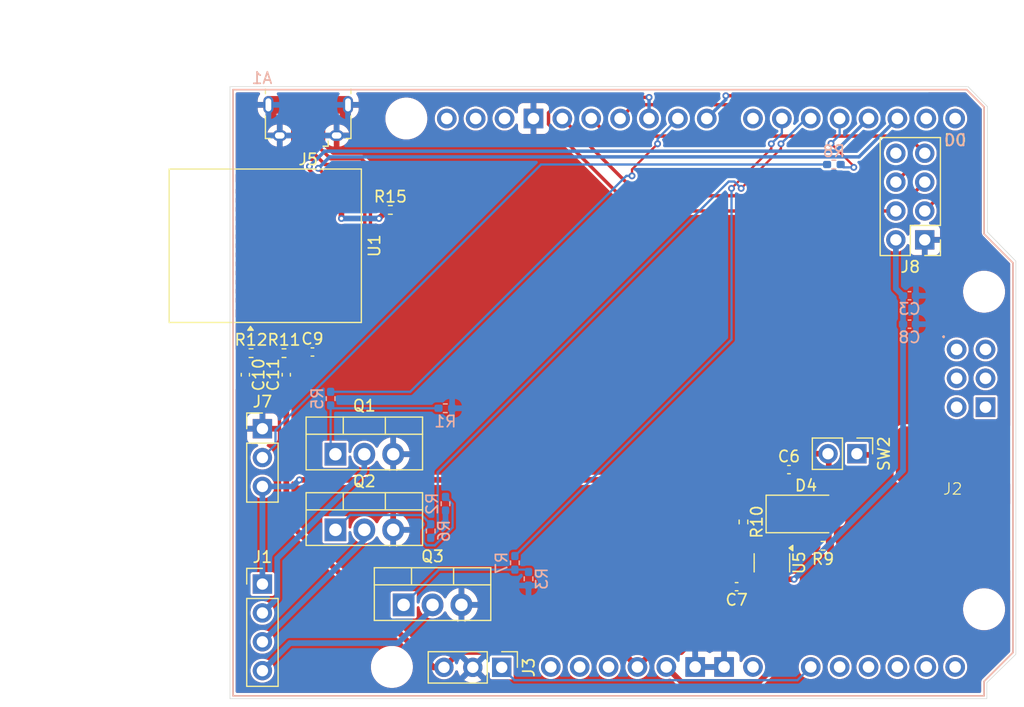
<source format=kicad_pcb>
(kicad_pcb (version 20241229) (generator "pcbnew") (generator_version "9.0")
  (layers (0 "F.Cu" signal) (2 "B.Cu" signal) (13 "F.Paste" user) (15 "B.Paste" user) (5 "F.SilkS" user "F.Silkscreen") (7 "B.SilkS" user "B.Silkscreen") (1 "F.Mask" user) (3 "B.Mask" user) (25 "Edge.Cuts" user))
  (net 0 "")
  (net 1 "GND")
  (net 2 "+3.3V")
  (net 3 "LED_DATA1")
  (net 8 "Net-(J2-Pin_1)")
  (net 10 "SF_RX")
  (net 16 "CE")
  (net 17 "CSN")
  (net 18 "G")
  (net 19 "R")
  (net 20 "B")
  (net 21 "+5V")
  (net 23 "SF_TX")
  (net 30 "MIC")
  (net 32 "Net-(J1-3Pin_3)")
  (net 34 "Net-(Q1-G)")
  (net 35 "Net-(J1-Pin_2)")
  (net 36 "Net-(Q2-G)")
  (net 37 "Net-(Q3-G)")
  (net 38 "Net-(J1-Pin_4)")
  (net 41 "Net-(D4-K)")
  (net 42 "Net-(U1-EN)")
  (net 44 "USB-")
  (net 45 "USB+")
  (net 47 "Net-(J7-Pin_2)")
  (net 48 "SCK")
  (net 49 "MISO")
  (net 50 "MOSI")
  (net 51 "Net-(U5-EN)")
  (net 52 "Net-(U1-3V3)")
  (net 53 "Net-(U1-IO8)")
  (footprint "Package_TO_SOT_SMD:SOT-23-5" (layer "F.Cu") (at 124.3 78.8 -90)
    (property "Reference" "U5" (at 0 -2.4 90) (layer "F.SilkS"))
    (property "Value" "AP2112K-3.3")
    (pad "1" smd roundrect (at -1.1375 -0.95 270) (size 1.325 0.6) (layers "F.Cu" "F.Mask" "F.Paste") (net 41 "Net-(D4-K)"))
    (pad "2" smd roundrect (at -1.1375 0 270) (size 1.325 0.6) (layers "F.Cu" "F.Mask" "F.Paste") (net 1 "GND"))
    (pad "3" smd roundrect (at -1.1375 0.95 270) (size 1.325 0.6) (layers "F.Cu" "F.Mask" "F.Paste") (net 51 "Net-(U5-EN)"))
    (pad "4" smd roundrect (at 1.1375 0.95 270) (size 1.325 0.6) (layers "F.Cu" "F.Mask" "F.Paste"))
    (pad "5" smd roundrect (at 1.1375 -0.95 270) (size 1.325 0.6) (layers "F.Cu" "F.Mask" "F.Paste") (net 2 "+3.3V"))
  )
  (footprint "Capacitor_SMD:C_0402_1005Metric_Pad0.74x0.62mm_HandSolder" (layer "F.Cu") (at 83.9 60.25)
    (property "Reference" "C9" (at 0 -1.16 0) (layer "F.SilkS"))
    (property "Value" "1uF")
    (pad "1" smd roundrect (at -0.5675 0) (size 0.735 0.62) (layers "F.Cu" "F.Mask" "F.Paste") (net 42 "Net-(U1-EN)"))
    (pad "2" smd roundrect (at 0.5675 0) (size 0.735 0.62) (layers "F.Cu" "F.Mask" "F.Paste") (net 1 "GND"))
  )
  (footprint "Resistor_SMD:R_0402_1005Metric_Pad0.72x0.64mm_HandSolder" (layer "F.Cu") (at 90.75 47.75)
    (property "Reference" "R15" (at 0 -1.17 0) (layer "F.SilkS"))
    (property "Value" "10k")
    (pad "1" smd roundrect (at -0.5975 0) (size 0.715 0.64) (layers "F.Cu" "F.Mask" "F.Paste") (net 53 "Net-(U1-IO8)"))
    (pad "2" smd roundrect (at 0.5975 0) (size 0.715 0.64) (layers "F.Cu" "F.Mask" "F.Paste") (net 2 "+3.3V"))
  )
  (footprint "Package_TO_SOT_THT:TO-220-3_Vertical" (layer "F.Cu") (at 91.92 82.5)
    (property "Reference" "Q3" (at 2.54 -4.27 0) (layer "F.SilkS"))
    (property "Value" "IRLB8721PBF")
    (pad "1" thru_hole rect (at 0 0) (size 1.905 2) (drill 1.1) (layers "*.Cu" "*.Mask") (net 37 "Net-(Q3-G)"))
    (pad "2" thru_hole oval (at 2.54 0) (size 1.905 2) (drill 1.1) (layers "*.Cu" "*.Mask") (net 38 "Net-(J1-Pin_4)"))
    (pad "3" thru_hole oval (at 5.08 0) (size 1.905 2) (drill 1.1) (layers "*.Cu" "*.Mask") (net 1 "GND"))
  )
  (footprint "Capacitor_SMD:C_0402_1005Metric_Pad0.74x0.62mm_HandSolder" (layer "F.Cu") (at 78 62.25 -90)
    (property "Reference" "C10" (at 0 -1.16 90) (layer "F.SilkS"))
    (property "Value" "1uF")
    (pad "1" smd roundrect (at -0.5675 0 270) (size 0.735 0.62) (layers "F.Cu" "F.Mask" "F.Paste") (net 2 "+3.3V"))
    (pad "2" smd roundrect (at 0.5675 0 270) (size 0.735 0.62) (layers "F.Cu" "F.Mask" "F.Paste") (net 1 "GND"))
  )
  (footprint "Connector_PinHeader_2.54mm:PinHeader_1x04_P2.54mm_Vertical" (layer "F.Cu") (at 79.5 80.67)
    (property "Reference" "J1" (at 0 -2.38 0) (layer "F.SilkS"))
    (property "Value" "Interior LEDs")
    (pad "1" thru_hole rect (at 0 0) (size 1.7 1.7) (drill 1) (layers "*.Cu" "*.Mask") (net 21 "+5V"))
    (pad "2" thru_hole circle (at 0 2.54) (size 1.7 1.7) (drill 1) (layers "*.Cu" "*.Mask") (net 35 "Net-(J1-Pin_2)"))
    (pad "3" thru_hole circle (at 0 5.08) (size 1.7 1.7) (drill 1) (layers "*.Cu" "*.Mask") (net 32 "Net-(J1-3Pin_3)"))
    (pad "4" thru_hole circle (at 0 7.62) (size 1.7 1.7) (drill 1) (layers "*.Cu" "*.Mask") (net 38 "Net-(J1-Pin_4)"))
  )
  (footprint "Connector_PinHeader_2.54mm:PinHeader_1x03_P2.54mm_Vertical" (layer "F.Cu") (at 79.5 67)
    (property "Reference" "J7" (at 0 -2.38 0) (layer "F.SilkS"))
    (property "Value" "Exterior LEDs")
    (pad "1" thru_hole rect (at 0 0) (size 1.7 1.7) (drill 1) (layers "*.Cu" "*.Mask") (net 1 "GND"))
    (pad "2" thru_hole circle (at 0 2.54) (size 1.7 1.7) (drill 1) (layers "*.Cu" "*.Mask") (net 47 "Net-(J7-Pin_2)"))
    (pad "3" thru_hole circle (at 0 5.08) (size 1.7 1.7) (drill 1) (layers "*.Cu" "*.Mask") (net 21 "+5V"))
  )
  (footprint "Resistor_SMD:R_0402_1005Metric_Pad0.72x0.64mm_HandSolder" (layer "F.Cu") (at 128.8 77.3 180)
    (property "Reference" "R9" (at 0 -1.17 0) (layer "F.SilkS"))
    (property "Value" "100k")
    (pad "1" smd roundrect (at -0.5975 0 180) (size 0.715 0.64) (layers "F.Cu" "F.Mask" "F.Paste") (net 21 "+5V"))
    (pad "2" smd roundrect (at 0.5975 0 180) (size 0.715 0.64) (layers "F.Cu" "F.Mask" "F.Paste") (net 1 "GND"))
  )
  (footprint "Package_TO_SOT_THT:TO-220-3_Vertical" (layer "F.Cu") (at 85.92 75.9)
    (property "Reference" "Q2" (at 2.54 -4.27 0) (layer "F.SilkS"))
    (property "Value" "IRLB8721PBF")
    (pad "1" thru_hole rect (at 0 0) (size 1.905 2) (drill 1.1) (layers "*.Cu" "*.Mask") (net 36 "Net-(Q2-G)"))
    (pad "2" thru_hole oval (at 2.54 0) (size 1.905 2) (drill 1.1) (layers "*.Cu" "*.Mask") (net 32 "Net-(J1-3Pin_3)"))
    (pad "3" thru_hole oval (at 5.08 0) (size 1.905 2) (drill 1.1) (layers "*.Cu" "*.Mask") (net 1 "GND"))
  )
  (footprint "Connector_PinHeader_2.54mm:PinHeader_1x03_P2.54mm_Vertical" (layer "F.Cu") (at 100.54 88 -90)
    (property "Reference" "J3" (at 0 -2.38 90) (layer "F.SilkS"))
    (property "Value" "MAX4466")
    (pad "1" thru_hole rect (at 0 0 270) (size 1.7 1.7) (drill 1) (layers "*.Cu" "*.Mask") (net 30 "MIC"))
    (pad "2" thru_hole circle (at 0 2.54 270) (size 1.7 1.7) (drill 1) (layers "*.Cu" "*.Mask") (net 1 "GND"))
    (pad "3" thru_hole circle (at 0 5.08 270) (size 1.7 1.7) (drill 1) (layers "*.Cu" "*.Mask") (net 2 "+3.3V"))
  )
  (footprint "Resistor_SMD:R_0402_1005Metric_Pad0.72x0.64mm_HandSolder" (layer "F.Cu") (at 78.5 60.35)
    (property "Reference" "R12" (at 0 -1.17 0) (layer "F.SilkS"))
    (property "Value" "0")
    (pad "1" smd roundrect (at -0.5975 0) (size 0.715 0.64) (layers "F.Cu" "F.Mask" "F.Paste") (net 2 "+3.3V"))
    (pad "2" smd roundrect (at 0.5975 0) (size 0.715 0.64) (layers "F.Cu" "F.Mask" "F.Paste") (net 52 "Net-(U1-3V3)"))
  )
  (footprint "Capacitor_SMD:C_0402_1005Metric_Pad0.74x0.62mm_HandSolder" (layer "F.Cu") (at 121.2 80.9 180)
    (property "Reference" "C7" (at 0 -1.16 0) (layer "F.SilkS"))
    (property "Value" "10uF")
    (pad "1" smd roundrect (at -0.5675 0 180) (size 0.735 0.62) (layers "F.Cu" "F.Mask" "F.Paste") (net 2 "+3.3V"))
    (pad "2" smd roundrect (at 0.5675 0 180) (size 0.735 0.62) (layers "F.Cu" "F.Mask" "F.Paste") (net 1 "GND"))
  )
  (footprint "Connector_PinHeader_2.54mm:PinHeader_1x02_P2.54mm_Vertical" (layer "F.Cu") (at 131.775 69.2 -90)
    (property "Reference" "SW2" (at 0 -2.38 90) (layer "F.SilkS"))
    (property "Value" "SW_DIP_x01")
    (pad "1" thru_hole rect (at 0 0 270) (size 1.7 1.7) (drill 1) (layers "*.Cu" "*.Mask") (net 8 "Net-(J2-Pin_1)"))
    (pad "2" thru_hole circle (at 0 2.54 270) (size 1.7 1.7) (drill 1) (layers "*.Cu" "*.Mask") (net 21 "+5V"))
  )
  (footprint "Package_TO_SOT_THT:TO-220-3_Vertical" (layer "F.Cu") (at 85.92 69.245)
    (property "Reference" "Q1" (at 2.54 -4.27 0) (layer "F.SilkS"))
    (property "Value" "IRLB8721PBF")
    (pad "1" thru_hole rect (at 0 0) (size 1.905 2) (drill 1.1) (layers "*.Cu" "*.Mask") (net 34 "Net-(Q1-G)"))
    (pad "2" thru_hole oval (at 2.54 0) (size 1.905 2) (drill 1.1) (layers "*.Cu" "*.Mask") (net 35 "Net-(J1-Pin_2)"))
    (pad "3" thru_hole oval (at 5.08 0) (size 1.905 2) (drill 1.1) (layers "*.Cu" "*.Mask") (net 1 "GND"))
  )
  (footprint "Resistor_SMD:R_0402_1005Metric_Pad0.72x0.64mm_HandSolder" (layer "F.Cu") (at 81.4 60.35)
    (property "Reference" "R11" (at 0 -1.17 0) (layer "F.SilkS"))
    (property "Value" "10k")
    (pad "1" smd roundrect (at -0.5975 0) (size 0.715 0.64) (layers "F.Cu" "F.Mask" "F.Paste") (net 52 "Net-(U1-3V3)"))
    (pad "2" smd roundrect (at 0.5975 0) (size 0.715 0.64) (layers "F.Cu" "F.Mask" "F.Paste") (net 42 "Net-(U1-EN)"))
  )
  (footprint "Capacitor_SMD:C_0402_1005Metric_Pad0.74x0.62mm_HandSolder" (layer "F.Cu") (at 125.8 70.6)
    (property "Reference" "C6" (at 0 -1.16 0) (layer "F.SilkS"))
    (property "Value" "10uF")
    (pad "1" smd roundrect (at -0.5675 0) (size 0.735 0.62) (layers "F.Cu" "F.Mask" "F.Paste") (net 41 "Net-(D4-K)"))
    (pad "2" smd roundrect (at 0.5675 0) (size 0.735 0.62) (layers "F.Cu" "F.Mask" "F.Paste") (net 1 "GND"))
  )
  (footprint "Connector_USB:USB_Micro-B_Amphenol_10118194-0001LF_Horizontal" (layer "F.Cu") (at 83.525 39.8 180)
    (property "Reference" "J5" (at 0 -3.5 0) (layer "F.SilkS"))
    (property "Value" "USB_B_Micro")
    (pad "1" smd roundrect (at -1.3 -1.4 180) (size 0.4 1.35) (layers "F.Cu" "F.Mask" "F.Paste"))
    (pad "2" smd roundrect (at -0.65 -1.4 180) (size 0.4 1.35) (layers "F.Cu" "F.Mask" "F.Paste") (net 44 "USB-"))
    (pad "3" smd roundrect (at 0 -1.4 180) (size 0.4 1.35) (layers "F.Cu" "F.Mask" "F.Paste") (net 45 "USB+"))
    (pad "4" smd roundrect (at 0.65 -1.4 180) (size 0.4 1.35) (layers "F.Cu" "F.Mask" "F.Paste"))
    (pad "5" smd roundrect (at 1.3 -1.4 180) (size 0.4 1.35) (layers "F.Cu" "F.Mask" "F.Paste") (net 1 "GND"))
    (pad "6" thru_hole oval (at -3.5 1.3 180) (size 0.89 1.55) (drill oval 0.5 1.15) (property pad_prop_heatsink) (layers "*.Cu" "*.Mask") (net 1 "GND"))
    (pad "6" smd roundrect (at -3.025 1.3 180) (size 1.45 1.55) (layers "F.Cu" "F.Mask" "F.Paste") (roundrect_rratio 0.1724137931) (net 1 "GND"))
    (pad "6" thru_hole oval (at -2.5 -1.4 180) (size 1.25 0.95) (drill oval 0.85 0.55) (property pad_prop_heatsink) (layers "*.Cu" "*.Mask") (net 1 "GND"))
    (pad "6" smd roundrect (at -1 1.3 180) (size 1.5 1.55) (layers "F.Cu" "F.Mask" "F.Paste") (roundrect_rratio 0.1666666667) (net 1 "GND"))
    (pad "6" smd roundrect (at 1 1.3 180) (size 1.5 1.55) (layers "F.Cu" "F.Mask" "F.Paste") (roundrect_rratio 0.1666666667) (net 1 "GND"))
    (pad "6" thru_hole oval (at 2.5 -1.4 180) (size 1.25 0.95) (drill oval 0.85 0.55) (property pad_prop_heatsink) (layers "*.Cu" "*.Mask") (net 1 "GND"))
    (pad "6" smd roundrect (at 3.025 1.3 180) (size 1.45 1.55) (layers "F.Cu" "F.Mask" "F.Paste") (roundrect_rratio 0.1724137931) (net 1 "GND"))
    (pad "6" thru_hole oval (at 3.5 1.3 180) (size 0.89 1.55) (drill oval 0.5 1.15) (property pad_prop_heatsink) (layers "*.Cu" "*.Mask") (net 1 "GND"))
  )
  (footprint "Resistor_SMD:R_0402_1005Metric_Pad0.72x0.64mm_HandSolder" (layer "F.Cu") (at 121.8 75.2025 -90)
    (property "Reference" "R10" (at 0 -1.17 90) (layer "F.SilkS"))
    (property "Value" "100k")
    (pad "1" smd roundrect (at -0.5975 0 270) (size 0.715 0.64) (layers "F.Cu" "F.Mask" "F.Paste") (net 41 "Net-(D4-K)"))
    (pad "2" smd roundrect (at 0.5975 0 270) (size 0.715 0.64) (layers "F.Cu" "F.Mask" "F.Paste") (net 51 "Net-(U5-EN)"))
  )
  (footprint "Capacitor_SMD:C_0402_1005Metric_Pad0.74x0.62mm_HandSolder" (layer "F.Cu") (at 81.6 62.25 90)
    (property "Reference" "C11" (at 0 -1.16 90) (layer "F.SilkS"))
    (property "Value" "1uF")
    (pad "1" smd roundrect (at -0.5675 0 90) (size 0.735 0.62) (layers "F.Cu" "F.Mask" "F.Paste") (net 2 "+3.3V"))
    (pad "2" smd roundrect (at 0.5675 0 90) (size 0.735 0.62) (layers "F.Cu" "F.Mask" "F.Paste") (net 1 "GND"))
  )
  (footprint "PCM_arduino-library:Arduino_Uno_R3_Shield" (layer "F.Cu") (at 76.9165 90.504237)
    (property "Reference" "A1" (at 2.54 -54.356 0) (layer "B.SilkS") (effects (justify mirror)))
    (property "Value" "Arduino_Uno_R3_Shield")
    (fp_text user "D0" (at 63.5 -48.895 0) (layer "F.SilkS"))
    (fp_text user "." (at 62.484 -32.004 0) (layer "F.SilkS"))
    (fp_text user "D0" (at 63.5 -48.895 0) (layer "B.SilkS") (effects (justify mirror)))
    (fp_text user "." (at 62.484 -32.004 0) (layer "B.SilkS"))
    (pad "" np_thru_hole circle (at 13.97 -2.54) (size 3.2 3.2) (drill 3.2) (layers "*.Cu" "*.Mask"))
    (pad "" np_thru_hole circle (at 15.24 -50.8) (size 3.2 3.2) (drill 3.2) (layers "*.Cu" "*.Mask"))
    (pad "" thru_hole oval (at 27.94 -2.54) (size 1.7272 1.7272) (drill 1.016) (layers "*.Cu" "*.Mask"))
    (pad "" np_thru_hole circle (at 66.04 -35.56) (size 3.2 3.2) (drill 3.2) (layers "*.Cu" "*.Mask"))
    (pad "" np_thru_hole circle (at 66.04 -7.62) (size 3.2 3.2) (drill 3.2) (layers "*.Cu" "*.Mask"))
    (pad "3V3" thru_hole oval (at 35.56 -2.54) (size 1.7272 1.7272) (drill 1.016) (layers "*.Cu" "*.Mask") (net 2 "+3.3V"))
    (pad "5V1" thru_hole oval (at 38.1 -2.54) (size 1.7272 1.7272) (drill 1.016) (layers "*.Cu" "*.Mask") (net 21 "+5V"))
    (pad "5V2" thru_hole oval (at 66.167 -30.48) (size 1.7272 1.7272) (drill 1.016) (layers "*.Cu" "*.Mask"))
    (pad "A0" thru_hole oval (at 50.8 -2.54) (size 1.7272 1.7272) (drill 1.016) (layers "*.Cu" "*.Mask") (net 30 "MIC"))
    (pad "A1" thru_hole oval (at 53.34 -2.54) (size 1.7272 1.7272) (drill 1.016) (layers "*.Cu" "*.Mask"))
    (pad "A2" thru_hole oval (at 55.88 -2.54) (size 1.7272 1.7272) (drill 1.016) (layers "*.Cu" "*.Mask"))
    (pad "A3" thru_hole oval (at 58.42 -2.54) (size 1.7272 1.7272) (drill 1.016) (layers "*.Cu" "*.Mask"))
    (pad "A4" thru_hole oval (at 60.96 -2.54) (size 1.7272 1.7272) (drill 1.016) (layers "*.Cu" "*.Mask"))
    (pad "A5" thru_hole oval (at 63.5 -2.54) (size 1.7272 1.7272) (drill 1.016) (layers "*.Cu" "*.Mask"))
    (pad "AREF" thru_hole oval (at 23.876 -50.8) (size 1.7272 1.7272) (drill 1.016) (layers "*.Cu" "*.Mask"))
    (pad "D0" thru_hole oval (at 63.5 -50.8) (size 1.7272 1.7272) (drill 1.016) (layers "*.Cu" "*.Mask"))
    (pad "D1" thru_hole oval (at 60.96 -50.8) (size 1.7272 1.7272) (drill 1.016) (layers "*.Cu" "*.Mask"))
    (pad "D2" thru_hole oval (at 58.42 -50.8) (size 1.7272 1.7272) (drill 1.016) (layers "*.Cu" "*.Mask") (net 10 "SF_RX"))
    (pad "D3" thru_hole oval (at 55.88 -50.8) (size 1.7272 1.7272) (drill 1.016) (layers "*.Cu" "*.Mask") (net 23 "SF_TX"))
    (pad "D4" thru_hole oval (at 53.34 -50.8) (size 1.7272 1.7272) (drill 1.016) (layers "*.Cu" "*.Mask") (net 3 "LED_DATA1"))
    (pad "D5" thru_hole oval (at 50.8 -50.8) (size 1.7272 1.7272) (drill 1.016) (layers "*.Cu" "*.Mask") (net 19 "R"))
    (pad "D6" thru_hole oval (at 48.26 -50.8) (size 1.7272 1.7272) (drill 1.016) (layers "*.Cu" "*.Mask") (net 20 "B"))
    (pad "D7" thru_hole oval (at 45.72 -50.8) (size 1.7272 1.7272) (drill 1.016) (layers "*.Cu" "*.Mask"))
    (pad "D8" thru_hole oval (at 41.656 -50.8) (size 1.7272 1.7272) (drill 1.016) (layers "*.Cu" "*.Mask") (net 16 "CE"))
    (pad "D9" thru_hole oval (at 39.116 -50.8) (size 1.7272 1.7272) (drill 1.016) (layers "*.Cu" "*.Mask") (net 18 "G"))
    (pad "D10" thru_hole oval (at 36.576 -50.8) (size 1.7272 1.7272) (drill 1.016) (layers "*.Cu" "*.Mask") (net 17 "CSN"))
    (pad "D11" thru_hole oval (at 34.036 -50.8) (size 1.7272 1.7272) (drill 1.016) (layers "*.Cu" "*.Mask") (net 50 "MOSI"))
    (pad "D12" thru_hole oval (at 31.496 -50.8) (size 1.7272 1.7272) (drill 1.016) (layers "*.Cu" "*.Mask") (net 49 "MISO"))
    (pad "D13" thru_hole oval (at 28.956 -50.8) (size 1.7272 1.7272) (drill 1.016) (layers "*.Cu" "*.Mask") (net 48 "SCK"))
    (pad "GND1" thru_hole rect (at 26.416 -50.8) (size 1.7272 1.7272) (drill 1.016) (layers "*.Cu" "*.Mask") (net 1 "GND"))
    (pad "GND2" thru_hole rect (at 40.64 -2.54) (size 1.7272 1.7272) (drill 1.016) (layers "*.Cu" "*.Mask") (net 1 "GND"))
    (pad "GND3" thru_hole rect (at 43.18 -2.54) (size 1.7272 1.7272) (drill 1.016) (layers "*.Cu" "*.Mask") (net 1 "GND"))
    (pad "GND4" thru_hole rect (at 66.167 -25.4) (size 1.7272 1.7272) (drill 1.016) (layers "*.Cu" "*.Mask"))
    (pad "IORF" thru_hole oval (at 30.48 -2.54) (size 1.7272 1.7272) (drill 1.016) (layers "*.Cu" "*.Mask"))
    (pad "MISO" thru_hole oval (at 63.627 -30.48) (size 1.7272 1.7272) (drill 1.016) (layers "*.Cu" "*.Mask"))
    (pad "MOSI" thru_hole oval (at 66.167 -27.94) (size 1.7272 1.7272) (drill 1.016) (layers "*.Cu" "*.Mask"))
    (pad "RST1" thru_hole oval (at 33.02 -2.54) (size 1.7272 1.7272) (drill 1.016) (layers "*.Cu" "*.Mask"))
    (pad "RST2" thru_hole oval (at 63.627 -25.4) (size 1.7272 1.7272) (drill 1.016) (layers "*.Cu" "*.Mask"))
    (pad "SCK" thru_hole oval (at 63.627 -27.94) (size 1.7272 1.7272) (drill 1.016) (layers "*.Cu" "*.Mask"))
    (pad "SCL" thru_hole oval (at 18.796 -50.8) (size 1.7272 1.7272) (drill 1.016) (layers "*.Cu" "*.Mask"))
    (pad "SDA" thru_hole oval (at 21.336 -50.8) (size 1.7272 1.7272) (drill 1.016) (layers "*.Cu" "*.Mask"))
    (pad "VIN" thru_hole oval (at 45.72 -2.54) (size 1.7272 1.7272) (drill 1.016) (layers "*.Cu" "*.Mask"))
  )
  (footprint "RF_Module:ESP32-C6-MINI-1" (layer "F.Cu") (at 82.45 50.9 90)
    (property "Reference" "U1" (at 0 6.9 90) (layer "F.SilkS"))
    (property "Value" "ESP32-C6-MINI-1")
    (pad "1" smd rect (at -5.9 -4 90) (size 0.8 0.4) (layers "F.Cu" "F.Mask" "F.Paste") (net 1 "GND"))
    (pad "2" smd rect (at -5.9 -3.2 90) (size 0.8 0.4) (layers "F.Cu" "F.Mask" "F.Paste") (net 1 "GND"))
    (pad "3" smd rect (at -5.9 -2.4 90) (size 0.8 0.4) (layers "F.Cu" "F.Mask" "F.Paste") (net 52 "Net-(U1-3V3)"))
    (pad "4" smd rect (at -5.9 -1.6 90) (size 0.8 0.4) (layers "F.Cu" "F.Mask" "F.Paste"))
    (pad "5" smd rect (at -5.9 -0.8 90) (size 0.8 0.4) (layers "F.Cu" "F.Mask" "F.Paste"))
    (pad "6" smd rect (at -5.9 0 90) (size 0.8 0.4) (layers "F.Cu" "F.Mask" "F.Paste"))
    (pad "7" smd rect (at -5.9 0.8 90) (size 0.8 0.4) (layers "F.Cu" "F.Mask" "F.Paste"))
    (pad "8" smd rect (at -5.9 1.6 90) (size 0.8 0.4) (layers "F.Cu" "F.Mask" "F.Paste") (net 42 "Net-(U1-EN)"))
    (pad "9" smd rect (at -5.9 2.4 90) (size 0.8 0.4) (layers "F.Cu" "F.Mask" "F.Paste"))
    (pad "10" smd rect (at -5.9 3.2 90) (size 0.8 0.4) (layers "F.Cu" "F.Mask" "F.Paste"))
    (pad "11" smd rect (at -5.9 4 90) (size 0.8 0.4) (layers "F.Cu" "F.Mask" "F.Paste") (net 1 "GND"))
    (pad "12" smd rect (at -4.8 4.9 180) (size 0.8 0.4) (layers "F.Cu" "F.Mask" "F.Paste"))
    (pad "13" smd rect (at -4 4.9 180) (size 0.8 0.4) (layers "F.Cu" "F.Mask" "F.Paste"))
    (pad "14" smd rect (at -3.2 4.9 180) (size 0.8 0.4) (layers "F.Cu" "F.Mask" "F.Paste") (net 1 "GND"))
    (pad "15" smd rect (at -2.4 4.9 180) (size 0.8 0.4) (layers "F.Cu" "F.Mask" "F.Paste"))
    (pad "16" smd rect (at -1.6 4.9 180) (size 0.8 0.4) (layers "F.Cu" "F.Mask" "F.Paste"))
    (pad "17" smd rect (at -0.8 4.9 180) (size 0.8 0.4) (layers "F.Cu" "F.Mask" "F.Paste") (net 44 "USB-"))
    (pad "18" smd rect (at 0 4.9 180) (size 0.8 0.4) (layers "F.Cu" "F.Mask" "F.Paste") (net 45 "USB+"))
    (pad "19" smd rect (at 0.8 4.9 180) (size 0.8 0.4) (layers "F.Cu" "F.Mask" "F.Paste"))
    (pad "20" smd rect (at 1.6 4.9 180) (size 0.8 0.4) (layers "F.Cu" "F.Mask" "F.Paste"))
    (pad "21" smd rect (at 2.4 4.9 180) (size 0.8 0.4) (layers "F.Cu" "F.Mask" "F.Paste"))
    (pad "22" smd rect (at 3.2 4.9 180) (size 0.8 0.4) (layers "F.Cu" "F.Mask" "F.Paste") (net 53 "Net-(U1-IO8)"))
    (pad "23" smd rect (at 4 4.9 180) (size 0.8 0.4) (layers "F.Cu" "F.Mask" "F.Paste"))
    (pad "24" smd rect (at 4.8 4.9 180) (size 0.8 0.4) (layers "F.Cu" "F.Mask" "F.Paste"))
    (pad "25" smd rect (at 5.9 4 90) (size 0.8 0.4) (layers "F.Cu" "F.Mask" "F.Paste"))
    (pad "26" smd rect (at 5.9 3.2 90) (size 0.8 0.4) (layers "F.Cu" "F.Mask" "F.Paste"))
    (pad "27" smd rect (at 5.9 2.4 90) (size 0.8 0.4) (layers "F.Cu" "F.Mask" "F.Paste") (net 10 "SF_RX"))
    (pad "28" smd rect (at 5.9 1.6 90) (size 0.8 0.4) (layers "F.Cu" "F.Mask" "F.Paste") (net 23 "SF_TX"))
    (pad "29" smd rect (at 5.9 0.8 90) (size 0.8 0.4) (layers "F.Cu" "F.Mask" "F.Paste"))
    (pad "30" smd rect (at 5.9 0 90) (size 0.8 0.4) (layers "F.Cu" "F.Mask" "F.Paste"))
    (pad "31" smd rect (at 5.9 -0.8 90) (size 0.8 0.4) (layers "F.Cu" "F.Mask" "F.Paste"))
    (pad "32" smd rect (at 5.9 -1.6 90) (size 0.8 0.4) (layers "F.Cu" "F.Mask" "F.Paste"))
    (pad "33" smd rect (at 5.9 -2.4 90) (size 0.8 0.4) (layers "F.Cu" "F.Mask" "F.Paste"))
    (pad "34" smd rect (at 5.9 -3.2 90) (size 0.8 0.4) (layers "F.Cu" "F.Mask" "F.Paste"))
    (pad "35" smd rect (at 5.9 -4 90) (size 0.8 0.4) (layers "F.Cu" "F.Mask" "F.Paste"))
    (pad "36" smd rect (at 4.8 -4.9 180) (size 0.8 0.4) (layers "F.Cu" "F.Mask" "F.Paste") (net 1 "GND"))
    (pad "37" smd rect (at 4 -4.9 180) (size 0.8 0.4) (layers "F.Cu" "F.Mask" "F.Paste") (net 1 "GND"))
    (pad "38" smd rect (at 3.2 -4.9 180) (size 0.8 0.4) (layers "F.Cu" "F.Mask" "F.Paste") (net 1 "GND"))
    (pad "39" smd rect (at 2.4 -4.9 180) (size 0.8 0.4) (layers "F.Cu" "F.Mask" "F.Paste") (net 1 "GND"))
    (pad "40" smd rect (at 1.6 -4.9 180) (size 0.8 0.4) (layers "F.Cu" "F.Mask" "F.Paste") (net 1 "GND"))
    (pad "41" smd rect (at 0.8 -4.9 180) (size 0.8 0.4) (layers "F.Cu" "F.Mask" "F.Paste") (net 1 "GND"))
    (pad "42" smd rect (at 0 -4.9 180) (size 0.8 0.4) (layers "F.Cu" "F.Mask" "F.Paste") (net 1 "GND"))
    (pad "43" smd rect (at -0.8 -4.9 180) (size 0.8 0.4) (layers "F.Cu" "F.Mask" "F.Paste") (net 1 "GND"))
    (pad "44" smd rect (at -1.6 -4.9 180) (size 0.8 0.4) (layers "F.Cu" "F.Mask" "F.Paste") (net 1 "GND"))
    (pad "45" smd rect (at -2.4 -4.9 180) (size 0.8 0.4) (layers "F.Cu" "F.Mask" "F.Paste") (net 1 "GND"))
    (pad "46" smd rect (at -3.2 -4.9 180) (size 0.8 0.4) (layers "F.Cu" "F.Mask" "F.Paste") (net 1 "GND"))
    (pad "47" smd rect (at -4 -4.9 180) (size 0.8 0.4) (layers "F.Cu" "F.Mask" "F.Paste") (net 1 "GND"))
    (pad "48" smd rect (at -4.8 -4.9 180) (size 0.8 0.4) (layers "F.Cu" "F.Mask" "F.Paste") (net 1 "GND"))
    (pad "49" smd roundrect (at -1.975 -1.975 90) (size 1.45 1.45) (property pad_prop_heatsink) (layers "F.Cu" "F.Mask" "F.Paste") (roundrect_rratio 0) (chamfer_ratio 0.41) (chamfer top_left) (net 1 "GND"))
    (pad "49" smd rect (at -1.975 0 90) (size 1.45 1.45) (property pad_prop_heatsink) (layers "F.Cu" "F.Mask" "F.Paste") (net 1 "GND"))
    (pad "49" smd rect (at -1.975 1.975 90) (size 1.45 1.45) (property pad_prop_heatsink) (layers "F.Cu" "F.Mask" "F.Paste") (net 1 "GND"))
    (pad "49" smd rect (at 0 -1.975 90) (size 1.45 1.45) (property pad_prop_heatsink) (layers "F.Cu" "F.Mask" "F.Paste") (net 1 "GND"))
    (pad "49" smd rect (at 0 0 90) (size 1.45 1.45) (property pad_prop_heatsink) (layers "F.Cu" "F.Mask" "F.Paste") (net 1 "GND"))
    (pad "49" smd rect (at 0 1.975 90) (size 1.45 1.45) (property pad_prop_heatsink) (layers "F.Cu" "F.Mask" "F.Paste") (net 1 "GND"))
    (pad "49" smd rect (at 1.975 -1.975 90) (size 1.45 1.45) (property pad_prop_heatsink) (layers "F.Cu" "F.Mask" "F.Paste") (net 1 "GND"))
    (pad "49" smd rect (at 1.975 0 90) (size 1.45 1.45) (property pad_prop_heatsink) (layers "F.Cu" "F.Mask" "F.Paste") (net 1 "GND"))
    (pad "49" smd rect (at 1.975 1.975 90) (size 1.45 1.45) (property pad_prop_heatsink) (layers "F.Cu" "F.Mask" "F.Paste") (net 1 "GND"))
    (pad "50" smd rect (at 5.95 -4.95 90) (size 0.7 0.7) (layers "F.Cu" "F.Mask" "F.Paste") (net 1 "GND"))
    (pad "51" smd rect (at 5.95 4.95 90) (size 0.7 0.7) (layers "F.Cu" "F.Mask" "F.Paste") (net 1 "GND"))
    (pad "52" smd rect (at -5.95 4.95 90) (size 0.7 0.7) (layers "F.Cu" "F.Mask" "F.Paste") (net 1 "GND"))
    (pad "53" smd rect (at -5.95 -4.95 90) (size 0.7 0.7) (layers "F.Cu" "F.Mask" "F.Paste") (net 1 "GND"))
    (zone (net 0) (net_name "") (layers "F.Cu" "B.Cu") (name "Antenna") (connect_pads (clearance 0)) (min_thickness 0.254)
      (keepout (tracks not_allowed) (vias not_allowed) (pads not_allowed) (copperpour not_allowed) (footprints not_allowed))
      (fill (thermal_gap 0.508) (thermal_bridge_width 0.508))
      (polygon (pts (xy 76.85 29.3) (xy 76.85 72.5) (xy 56.45 72.5) (xy 56.45 29.3)))
    )
  )
  (footprint "Personal:2Pin-HighPower" (layer "F.Cu") (at 140.2 72.8)
    (property "Reference" "J2" (at 0 -0.5 0) (layer "F.SilkS") (effects (font (thickness 0.1))))
    (property "Value" "PowerIn")
    (pad "1" smd roundrect (at 0 -3.5) (size 10 5) (layers "F.Cu" "F.Mask" "F.Paste") (roundrect_rratio 0.15) (net 8 "Net-(J2-Pin_1)"))
    (pad "2" smd roundrect (at 0 3.75) (size 10 5) (layers "F.Cu" "F.Mask" "F.Paste") (roundrect_rratio 0.15) (net 1 "GND"))
  )
  (footprint "Diode_SMD:D_SMA" (layer "F.Cu") (at 127.3 74.5)
    (property "Reference" "D4" (at 0 -2.5 0) (layer "F.SilkS"))
    (property "Value" "SS12")
    (pad "1" smd roundrect (at -2 0) (size 2.5 1.8) (layers "F.Cu" "F.Mask" "F.Paste") (roundrect_rratio 0.1388888889) (net 41 "Net-(D4-K)"))
    (pad "2" smd roundrect (at 2 0) (size 2.5 1.8) (layers "F.Cu" "F.Mask" "F.Paste") (roundrect_rratio 0.1388888889) (net 21 "+5V"))
  )
  (footprint "Connector_PinHeader_2.54mm:PinHeader_2x04_P2.54mm_Vertical" (layer "F.Cu") (at 137.74 50.38 180)
    (property "Reference" "J8" (at 1.27 -2.38 0) (layer "F.SilkS"))
    (property "Value" "Radio")
    (pad "1" thru_hole rect (at 0 0 180) (size 1.7 1.7) (drill 1) (layers "*.Cu" "*.Mask") (net 1 "GND"))
    (pad "2" thru_hole circle (at 2.54 0 180) (size 1.7 1.7) (drill 1) (layers "*.Cu" "*.Mask") (net 2 "+3.3V"))
    (pad "3" thru_hole circle (at 0 2.54 180) (size 1.7 1.7) (drill 1) (layers "*.Cu" "*.Mask") (net 16 "CE"))
    (pad "4" thru_hole circle (at 2.54 2.54 180) (size 1.7 1.7) (drill 1) (layers "*.Cu" "*.Mask") (net 17 "CSN"))
    (pad "5" thru_hole circle (at 0 5.08 180) (size 1.7 1.7) (drill 1) (layers "*.Cu" "*.Mask") (net 48 "SCK"))
    (pad "6" thru_hole circle (at 2.54 5.08 180) (size 1.7 1.7) (drill 1) (layers "*.Cu" "*.Mask") (net 50 "MOSI"))
    (pad "7" thru_hole circle (at 0 7.62 180) (size 1.7 1.7) (drill 1) (layers "*.Cu" "*.Mask") (net 49 "MISO"))
    (pad "8" thru_hole circle (at 2.54 7.62 180) (size 1.7 1.7) (drill 1) (layers "*.Cu" "*.Mask"))
  )
  (footprint "Resistor_SMD:R_0402_1005Metric_Pad0.72x0.64mm_HandSolder" (layer "B.Cu") (at 129.75 43.75 180)
    (property "Reference" "R8" (at 0 1.17 0) (layer "B.SilkS") (effects (justify mirror)))
    (property "Value" "330")
    (pad "1" smd roundrect (at -0.5975 0 180) (size 0.715 0.64) (layers "B.Cu" "B.Mask" "B.Paste") (net 3 "LED_DATA1"))
    (pad "2" smd roundrect (at 0.5975 0 180) (size 0.715 0.64) (layers "B.Cu" "B.Mask" "B.Paste") (net 47 "Net-(J7-Pin_2)"))
  )
  (footprint "Resistor_SMD:R_0402_1005Metric_Pad0.72x0.64mm_HandSolder" (layer "B.Cu") (at 101.7 78.8 -90)
    (property "Reference" "R7" (at 0 1.17 90) (layer "B.SilkS") (effects (justify mirror)))
    (property "Value" "220")
    (pad "1" smd roundrect (at -0.5975 0 270) (size 0.715 0.64) (layers "B.Cu" "B.Mask" "B.Paste") (net 20 "B"))
    (pad "2" smd roundrect (at 0.5975 0 270) (size 0.715 0.64) (layers "B.Cu" "B.Mask" "B.Paste") (net 37 "Net-(Q3-G)"))
  )
  (footprint "Resistor_SMD:R_0402_1005Metric_Pad0.72x0.64mm_HandSolder" (layer "B.Cu") (at 94.3 76.0025 90)
    (property "Reference" "R6" (at 0 1.17 90) (layer "B.SilkS") (effects (justify mirror)))
    (property "Value" "220")
    (pad "1" smd roundrect (at -0.5975 0 90) (size 0.715 0.64) (layers "B.Cu" "B.Mask" "B.Paste") (net 19 "R"))
    (pad "2" smd roundrect (at 0.5975 0 90) (size 0.715 0.64) (layers "B.Cu" "B.Mask" "B.Paste") (net 36 "Net-(Q2-G)"))
  )
  (footprint "Resistor_SMD:R_0402_1005Metric_Pad0.72x0.64mm_HandSolder" (layer "B.Cu") (at 95.58325 65.2)
    (property "Reference" "R1" (at 0 1.17 0) (layer "B.SilkS") (effects (justify mirror)))
    (property "Value" "10k")
    (pad "1" smd roundrect (at -0.5975 0) (size 0.715 0.64) (layers "B.Cu" "B.Mask" "B.Paste") (net 34 "Net-(Q1-G)"))
    (pad "2" smd roundrect (at 0.5975 0) (size 0.715 0.64) (layers "B.Cu" "B.Mask" "B.Paste") (net 1 "GND"))
  )
  (footprint "Capacitor_SMD:C_0402_1005Metric_Pad0.74x0.62mm_HandSolder" (layer "B.Cu") (at 136.4 57.8)
    (property "Reference" "C8" (at 0 1.16 0) (layer "B.SilkS") (effects (justify mirror)))
    (property "Value" "10uF")
    (pad "1" smd roundrect (at -0.5675 0) (size 0.735 0.62) (layers "B.Cu" "B.Mask" "B.Paste") (net 2 "+3.3V"))
    (pad "2" smd roundrect (at 0.5675 0) (size 0.735 0.62) (layers "B.Cu" "B.Mask" "B.Paste") (net 1 "GND"))
  )
  (footprint "Resistor_SMD:R_0402_1005Metric_Pad0.72x0.64mm_HandSolder" (layer "B.Cu") (at 95.6 73.6 -90)
    (property "Reference" "R2" (at 0 1.17 90) (layer "B.SilkS") (effects (justify mirror)))
    (property "Value" "10k")
    (pad "1" smd roundrect (at -0.5975 0 270) (size 0.715 0.64) (layers "B.Cu" "B.Mask" "B.Paste") (net 36 "Net-(Q2-G)"))
    (pad "2" smd roundrect (at 0.5975 0 270) (size 0.715 0.64) (layers "B.Cu" "B.Mask" "B.Paste") (net 1 "GND"))
  )
  (footprint "Resistor_SMD:R_0402_1005Metric_Pad0.72x0.64mm_HandSolder" (layer "B.Cu") (at 102.9 80.2025 90)
    (property "Reference" "R3" (at 0 1.17 90) (layer "B.SilkS") (effects (justify mirror)))
    (property "Value" "10k")
    (pad "1" smd roundrect (at -0.5975 0 90) (size 0.715 0.64) (layers "B.Cu" "B.Mask" "B.Paste") (net 1 "GND"))
    (pad "2" smd roundrect (at 0.5975 0 90) (size 0.715 0.64) (layers "B.Cu" "B.Mask" "B.Paste") (net 37 "Net-(Q3-G)"))
  )
  (footprint "Capacitor_SMD:C_0402_1005Metric_Pad0.74x0.62mm_HandSolder" (layer "B.Cu") (at 136.4 55.3)
    (property "Reference" "C3" (at 0 1.16 0) (layer "B.SilkS") (effects (justify mirror)))
    (property "Value" "100nF")
    (pad "1" smd roundrect (at -0.5675 0) (size 0.735 0.62) (layers "B.Cu" "B.Mask" "B.Paste") (net 2 "+3.3V"))
    (pad "2" smd roundrect (at 0.5675 0) (size 0.735 0.62) (layers "B.Cu" "B.Mask" "B.Paste") (net 1 "GND"))
  )
  (footprint "Resistor_SMD:R_0402_1005Metric_Pad0.72x0.64mm_HandSolder" (layer "B.Cu") (at 85.5 64.3475 -90)
    (property "Reference" "R5" (at 0 1.17 90) (layer "B.SilkS") (effects (justify mirror)))
    (property "Value" "220")
    (pad "1" smd roundrect (at -0.5975 0 270) (size 0.715 0.64) (layers "B.Cu" "B.Mask" "B.Paste") (net 18 "G"))
    (pad "2" smd roundrect (at 0.5975 0 270) (size 0.715 0.64) (layers "B.Cu" "B.Mask" "B.Paste") (net 34 "Net-(Q1-G)"))
  )
  (gr_line (start 143.2 89.35) (end 145.75 86.85) (stroke (width 0.05)) (layer "Edge.Cuts"))
  (gr_line (start 145.75 52.25) (end 143.25 49.7) (stroke (width 0.05)) (layer "Edge.Cuts"))
  (gr_line (start 145.75 86.85) (end 145.75 52.25) (stroke (width 0.05)) (layer "Edge.Cuts"))
  (gr_line (start 143.25 38.65) (end 141.55 36.9) (stroke (width 0.05)) (layer "Edge.Cuts"))
  (gr_line (start 141.55 36.9) (end 76.65 36.9) (stroke (width 0.05)) (layer "Edge.Cuts"))
  (gr_line (start 143.2 90.75) (end 143.2 89.35) (stroke (width 0.05)) (layer "Edge.Cuts"))
  (gr_line (start 143.25 49.7) (end 143.25 38.65) (stroke (width 0.05)) (layer "Edge.Cuts"))
  (gr_line (start 76.65 36.9) (end 76.65 90.75) (stroke (width 0.05)) (layer "Edge.Cuts"))
  (gr_line (start 76.65 90.75) (end 143.2 90.75) (stroke (width 0.05)) (layer "Edge.Cuts"))
  (segment (start 113.7911 86.649637) (end 112.4765 87.964237) (width 0.5) (layer "F.Cu") (net 2))
  (segment (start 81.6 62.8175) (end 81.6 75.0345) (width 0.5) (layer "F.Cu") (net 2))
  (segment (start 78 61.6825) (end 80.371192 61.6825) (width 0.5) (layer "F.Cu") (net 2))
  (segment (start 77.9025 60.35) (end 77.9025 61.585) (width 0.5) (layer "F.Cu") (net 2))
  (segment (start 116.327863 86.649637) (end 113.7911 86.649637) (width 0.5) (layer "F.Cu") (net 2))
  (segment (start 83.128808 62.8175) (end 91.3475 54.598808) (width 0.5) (layer "F.Cu") (net 2))
  (segment (start 81.506192 62.8175) (end 81.6 62.8175) (width 0.5) (layer "F.Cu") (net 2))
  (segment (start 121.7675 80.9) (end 121.7675 81.21) (width 0.5) (layer "F.Cu") (net 2))
  (segment (start 81.6 62.8175) (end 83.128808 62.8175) (width 0.5) (layer "F.Cu") (net 2))
  (segment (start 124.1365 81.051) (end 121.9185 81.051) (width 0.5) (layer "F.Cu") (net 2))
  (segment (start 125.5625 80.25) (end 125.25 79.9375) (width 0.5) (layer "F.Cu") (net 2))
  (segment (start 126.25 80.25) (end 125.5625 80.25) (width 0.5) (layer "F.Cu") (net 2))
  (segment (start 94.5655 88) (end 95.46 88) (width 0.5) (layer "F.Cu") (net 2))
  (segment (start 121.7675 81.21) (end 116.327863 86.649637) (width 0.5) (layer "F.Cu") (net 2))
  (segment (start 80.371192 61.6825) (end 81.506192 62.8175) (width 0.5) (layer "F.Cu") (net 2))
  (segment (start 111.1619 86.649637) (end 96.810363 86.649637) (width 0.5) (layer "F.Cu") (net 2))
  (segment (start 96.810363 86.649637) (end 95.46 88) (width 0.5) (layer "F.Cu") (net 2))
  (segment (start 112.4765 87.964237) (end 111.1619 86.649637) (width 0.5) (layer "F.Cu") (net 2))
  (segment (start 121.9185 81.051) (end 121.7675 80.9) (width 0.5) (layer "F.Cu") (net 2))
  (segment (start 81.6 75.0345) (end 94.5655 88) (width 0.5) (layer "F.Cu") (net 2))
  (segment (start 125.25 79.9375) (end 124.1365 81.051) (width 0.5) (layer "F.Cu") (net 2))
  (segment (start 77.9025 61.585) (end 78 61.6825) (width 0.5) (layer "F.Cu") (net 2))
  (segment (start 91.3475 54.598808) (end 91.3475 47.75) (width 0.5) (layer "F.Cu") (net 2))
  (via (at 126.25 80.25) (size 0.6) (drill 0.3) (layers "F.Cu" "B.Cu") (net 2))
  (segment (start 135.2 50.38) (end 135.2 54.6675) (width 0.5) (layer "B.Cu") (net 2))
  (segment (start 135.8325 57.8) (end 135.8325 55.3) (width 0.5) (layer "B.Cu") (net 2))
  (segment (start 135.8325 70.6675) (end 126.25 80.25) (width 0.5) (layer "B.Cu") (net 2))
  (segment (start 135.2 54.6675) (end 135.8325 55.3) (width 0.5) (layer "B.Cu") (net 2))
  (segment (start 135.8325 57.8) (end 135.8325 70.6675) (width 0.5) (layer "B.Cu") (net 2))
  (segment (start 131.5 43.9) (end 131.5 44) (width 0.2) (layer "F.Cu") (net 3))
  (segment (start 129.5 41.9) (end 131.5 43.9) (width 0.2) (layer "F.Cu") (net 3))
  (via (at 129.5 41.9) (size 0.6) (drill 0.3) (layers "F.Cu" "B.Cu") (net 3))
  (via (at 131.5 44) (size 0.6) (drill 0.3) (layers "F.Cu" "B.Cu") (net 3))
  (segment (start 130.5975 44) (end 130.3475 43.75) (width 0.2) (layer "B.Cu") (net 3))
  (segment (start 130.2565 41.1435) (end 129.5 41.9) (width 0.2) (layer "B.Cu") (net 3))
  (segment (start 131.5 44) (end 130.5975 44) (width 0.2) (layer "B.Cu") (net 3))
  (segment (start 130.2565 39.704237) (end 130.2565 41.1435) (width 0.2) (layer "B.Cu") (net 3))
  (segment (start 140.2 69.3) (end 131.875 69.3) (width 0.5) (layer "F.Cu") (net 8))
  (segment (start 131.875 69.3) (end 131.775 69.2) (width 0.5) (layer "F.Cu") (net 8))
  (segment (start 84.41538 44.08462) (end 84.85 44.51924) (width 0.3) (layer "F.Cu") (net 10))
  (segment (start 84.85 44.51924) (end 84.85 45) (width 0.3) (layer "F.Cu") (net 10))
  (via (at 84.41538 44.08462) (size 0.6) (drill 0.3) (layers "F.Cu" "B.Cu") (net 10))
  (segment (start 135.3365 39.704237) (end 131.961737 43.079) (width 0.3) (layer "B.Cu") (net 10))
  (segment (start 85.421 43.079) (end 84.41538 44.08462) (width 0.3) (layer "B.Cu") (net 10))
  (segment (start 131.961737 43.079) (end 85.421 43.079) (width 0.3) (layer "B.Cu") (net 10))
  (segment (start 139.0911 39.201133) (end 137.589967 37.7) (width 0.3) (layer "F.Cu") (net 16))
  (segment (start 139.0911 40.207341) (end 139.0911 39.201133) (width 0.3) (layer "F.Cu") (net 16))
  (segment (start 139.442 40.558241) (end 139.0911 40.207341) (width 0.3) (layer "F.Cu") (net 16))
  (segment (start 137.74 47.84) (end 139.442 46.138) (width 0.3) (layer "F.Cu") (net 16))
  (segment (start 137.589967 37.7) (end 120.25 37.7) (width 0.3) (layer "F.Cu") (net 16))
  (segment (start 139.442 46.138) (end 139.442 40.558241) (width 0.3) (layer "F.Cu") (net 16))
  (via (at 120.25 37.7) (size 0.6) (drill 0.3) (layers "F.Cu" "B.Cu") (net 16))
  (segment (start 120.25 37.7) (end 120.25 38.026737) (width 0.3) (layer "B.Cu") (net 16))
  (segment (start 120.25 38.026737) (end 118.5725 39.704237) (width 0.3) (layer "B.Cu") (net 16))
  (segment (start 112.290559 47.84) (end 104.6579 40.207341) (width 0.3) (layer "F.Cu") (net 17))
  (segment (start 104.6579 39.201133) (end 106.019396 37.839637) (width 0.3) (layer "F.Cu") (net 17))
  (segment (start 135.2 47.84) (end 112.290559 47.84) (width 0.3) (layer "F.Cu") (net 17))
  (segment (start 106.019396 37.839637) (end 113.5 37.839637) (width 0.3) (layer "F.Cu") (net 17))
  (segment (start 104.6579 40.207341) (end 104.6579 39.201133) (width 0.3) (layer "F.Cu") (net 17))
  (via (at 113.5 37.839637) (size 0.6) (drill 0.3) (layers "F.Cu" "B.Cu") (net 17))
  (segment (start 113.5 39.696737) (end 113.4925 39.704237) (width 0.3) (layer "B.Cu") (net 17))
  (segment (start 113.5 37.839637) (end 113.5 39.696737) (width 0.3) (layer "B.Cu") (net 17))
  (segment (start 114.25 41.928) (end 112 44.178) (width 0.2) (layer "F.Cu") (net 18))
  (segment (start 112 44.178) (end 112 44.75) (width 0.2) (layer "F.Cu") (net 18))
  (via (at 114.25 41.928) (size 0.6) (drill 0.3) (layers "F.Cu" "B.Cu") (net 18))
  (via (at 112 44.75) (size 0.6) (drill 0.3) (layers "F.Cu" "B.Cu") (net 18))
  (segment (start 114.25 41.486737) (end 114.25 41.928) (width 0.2) (layer "B.Cu") (net 18))
  (segment (start 116.0325 39.704237) (end 114.25 41.486737) (width 0.2) (layer "B.Cu") (net 18))
  (segment (start 92.5 63.75) (end 85.5 63.75) (width 0.2) (layer "B.Cu") (net 18))
  (segment (start 112 44.75) (end 111.5 44.75) (width 0.2) (layer "B.Cu") (net 18))
  (segment (start 111.5 44.75) (end 92.5 63.75) (width 0.2) (layer "B.Cu") (net 18))
  (segment (start 125.098527 41.928) (end 125.098527 42.351) (width 0.2) (layer "F.Cu") (net 19))
  (segment (start 125.098527 42.351) (end 121.598527 45.851) (width 0.2) (layer "F.Cu") (net 19))
  (via (at 125.098527 41.928) (size 0.6) (drill 0.3) (layers "F.Cu" "B.Cu") (net 19))
  (via (at 121.598527 45.851) (size 0.6) (drill 0.3) (layers "F.Cu" "B.Cu") (net 19))
  (segment (start 94.921 70.830057) (end 94.921 75.979) (width 0.2) (layer "B.Cu") (net 19))
  (segment (start 120.501057 45.25) (end 94.921 70.830057) (width 0.2) (layer "B.Cu") (net 19))
  (segment (start 120.997527 45.25) (end 120.501057 45.25) (width 0.2) (layer "B.Cu") (net 19))
  (segment (start 127.7165 39.704237) (end 127.32229 39.704237) (width 0.2) (layer "B.Cu") (net 19))
  (segment (start 94.921 75.979) (end 94.3 76.6) (width 0.2) (layer "B.Cu") (net 19))
  (segment (start 127.32229 39.704237) (end 125.098527 41.928) (width 0.2) (layer "B.Cu") (net 19))
  (segment (start 121.598527 45.851) (end 120.997527 45.25) (width 0.2) (layer "B.Cu") (net 19))
  (segment (start 124.25 42.351) (end 120.75 45.851) (width 0.2) (layer "F.Cu") (net 20))
  (segment (start 124.25 41.928) (end 124.25 42.351) (width 0.2) (layer "F.Cu") (net 20))
  (via (at 120.75 45.851) (size 0.6) (drill 0.3) (layers "F.Cu" "B.Cu") (net 20))
  (via (at 124.25 41.928) (size 0.6) (drill 0.3) (layers "F.Cu" "B.Cu") (net 20))
  (segment (start 125.1765 39.704237) (end 125.1765 41.0015) (width 0.2) (layer "B.Cu") (net 20))
  (segment (start 120.75 59.1525) (end 101.7 78.2025) (width 0.2) (layer "B.Cu") (net 20))
  (segment (start 120.75 45.851) (end 120.75 59.1525) (width 0.2) (layer "B.Cu") (net 20))
  (segment (start 125.1765 41.0015) (end 124.25 41.928) (width 0.2) (layer "B.Cu") (net 20))
  (segment (start 129.3975 83.062363) (end 129.3975 77.3) (width 0.5) (layer "F.Cu") (net 21))
  (segment (start 125.403692 69.2) (end 129.235 69.2) (width 0.5) (layer "F.Cu") (net 21))
  (segment (start 129.235 69.2) (end 129.3 69.265) (width 0.5) (layer "F.Cu") (net 21))
  (segment (start 129.3 69.265) (end 129.3 74.5) (width 0.5) (layer "F.Cu") (net 21))
  (segment (start 82.75 71.5) (end 123.103692 71.5) (width 0.5) (layer "F.Cu") (net 21))
  (segment (start 129.3 74.5) (end 129.3 77.2025) (width 0.5) (layer "F.Cu") (net 21))
  (segment (start 115.0165 87.964237) (end 116.3311 89.278837) (width 0.5) (layer "F.Cu") (net 21))
  (segment (start 129.3 77.2025) (end 129.3975 77.3) (width 0.5) (layer "F.Cu") (net 21))
  (segment (start 123.103692 71.5) (end 125.403692 69.2) (width 0.5) (layer "F.Cu") (net 21))
  (segment (start 123.181026 89.278837) (end 129.3975 83.062363) (width 0.5) (layer "F.Cu") (net 21))
  (segment (start 116.3311 89.278837) (end 123.181026 89.278837) (width 0.5) (layer "F.Cu") (net 21))
  (via (at 82.75 71.5) (size 0.6) (drill 0.3) (layers "F.Cu" "B.Cu") (net 21))
  (segment (start 79.5 80.67) (end 79.5 72.08) (width 0.5) (layer "B.Cu") (net 21))
  (segment (start 79.5 72.08) (end 82.17 72.08) (width 0.5) (layer "B.Cu") (net 21))
  (segment (start 82.17 72.08) (end 82.75 71.5) (width 0.5) (layer "B.Cu") (net 21))
  (segment (start 83.631479 44.221373) (end 84.05 44.639894) (width 0.3) (layer "F.Cu") (net 23))
  (segment (start 83.631479 43.924927) (end 83.631479 44.221373) (width 0.3) (layer "F.Cu") (net 23))
  (segment (start 84.05 44.639894) (end 84.05 45) (width 0.3) (layer "F.Cu") (net 23))
  (via (at 83.631479 43.924927) (size 0.6) (drill 0.3) (layers "F.Cu" "B.Cu") (net 23))
  (segment (start 84.978406 42.578) (end 83.631479 43.924927) (width 0.3) (layer "B.Cu") (net 23))
  (segment (start 129.922737 42.578) (end 84.978406 42.578) (width 0.3) (layer "B.Cu") (net 23))
  (segment (start 132.7965 39.704237) (end 129.922737 42.578) (width 0.3) (layer "B.Cu") (net 23))
  (segment (start 101.668837 89.128837) (end 100.54 88) (width 0.2) (layer "B.Cu") (net 30))
  (segment (start 127.7165 87.964237) (end 126.5519 89.128837) (width 0.2) (layer "B.Cu") (net 30))
  (segment (start 126.5519 89.128837) (end 101.668837 89.128837) (width 0.2) (layer "B.Cu") (net 30))
  (segment (start 88.46 75.9) (end 88.46 76.79) (width 0.5) (layer "B.Cu") (net 32))
  (segment (start 88.46 76.79) (end 79.5 85.75) (width 0.5) (layer "B.Cu") (net 32))
  (segment (start 94.98575 65.2) (end 85.755 65.2) (width 0.2) (layer "B.Cu") (net 34))
  (segment (start 85.5 64.945) (end 85.5 68.825) (width 0.2) (layer "B.Cu") (net 34))
  (segment (start 85.755 65.2) (end 85.5 64.945) (width 0.2) (layer "B.Cu") (net 34))
  (segment (start 85.5 68.825) (end 85.92 69.245) (width 0.2) (layer "B.Cu") (net 34))
  (segment (start 88.46 69.245) (end 88.46 70.745) (width 0.5) (layer "B.Cu") (net 35))
  (segment (start 80.801 78.404) (end 80.801 81.909) (width 0.5) (layer "B.Cu") (net 35))
  (segment (start 88.46 70.745) (end 80.801 78.404) (width 0.5) (layer "B.Cu") (net 35))
  (segment (start 80.801 81.909) (end 79.5 83.21) (width 0.5) (layer "B.Cu") (net 35))
  (segment (start 87.221 74.599) (end 93.494 74.599) (width 0.2) (layer "B.Cu") (net 36))
  (segment (start 93.944614 77.2585) (end 94.655386 77.2585) (width 0.2) (layer "B.Cu") (net 36))
  (segment (start 96.221 73.6235) (end 95.6 73.0025) (width 0.2) (layer "B.Cu") (net 36))
  (segment (start 94.3 75.405) (end 93.679 76.026) (width 0.2) (layer "B.Cu") (net 36))
  (segment (start 85.92 75.9) (end 87.221 74.599) (width 0.2) (layer "B.Cu") (net 36))
  (segment (start 93.679 76.026) (end 93.679 76.992886) (width 0.2) (layer "B.Cu") (net 36))
  (segment (start 96.221 75.692886) (end 96.221 73.6235) (width 0.2) (layer "B.Cu") (net 36))
  (segment (start 93.679 76.992886) (end 93.944614 77.2585) (width 0.2) (layer "B.Cu") (net 36))
  (segment (start 94.655386 77.2585) (end 96.221 75.692886) (width 0.2) (layer "B.Cu") (net 36))
  (segment (start 93.494 74.599) (end 94.3 75.405) (width 0.2) (layer "B.Cu") (net 36))
  (segment (start 101.7 79.3975) (end 95.0225 79.3975) (width 0.2) (layer "B.Cu") (net 37))
  (segment (start 101.7 79.3975) (end 102.6925 79.3975) (width 0.2) (layer "B.Cu") (net 37))
  (segment (start 102.6925 79.3975) (end 102.9 79.605) (width 0.2) (layer "B.Cu") (net 37))
  (segment (start 95.0225 79.3975) (end 91.92 82.5) (width 0.2) (layer "B.Cu") (net 37))
  (segment (start 91.411263 85.863237) (end 81.926763 85.863237) (width 0.5) (layer "B.Cu") (net 38))
  (segment (start 94.46 82.8145) (end 91.411263 85.863237) (width 0.5) (layer "B.Cu") (net 38))
  (segment (start 81.926763 85.863237) (end 79.5 88.29) (width 0.5) (layer "B.Cu") (net 38))
  (segment (start 94.46 82.5) (end 94.46 82.8145) (width 0.5) (layer "B.Cu") (net 38))
  (segment (start 121.905 74.5) (end 121.8 74.605) (width 0.5) (layer "F.Cu") (net 41))
  (segment (start 125.25 77.6625) (end 125.25 74.55) (width 0.5) (layer "F.Cu") (net 41))
  (segment (start 125.3 70.6675) (end 125.2325 70.6) (width 0.5) (layer "F.Cu") (net 41))
  (segment (start 125.25 74.55) (end 125.3 74.5) (width 0.5) (layer "F.Cu") (net 41))
  (segment (start 125.3 74.5) (end 121.905 74.5) (width 0.5) (layer "F.Cu") (net 41))
  (segment (start 125.3 74.5) (end 125.3 70.6675) (width 0.5) (layer "F.Cu") (net 41))
  (segment (start 81.9975 60.35) (end 83.2325 60.35) (width 0.5) (layer "F.Cu") (net 42))
  (segment (start 83.2325 60.35) (end 83.3325 60.25) (width 0.5) (layer "F.Cu") (net 42))
  (segment (start 83.3325 60.25) (end 83.3325 58.2195) (width 0.5) (layer "F.Cu") (net 42))
  (segment (start 83.3325 58.2195) (end 84.05 57.502) (width 0.5) (layer "F.Cu") (net 42))
  (segment (start 84.05 57.502) (end 84.05 56.8) (width 0.5) (layer "F.Cu") (net 42))
  (segment (start 84.175 41.2) (end 84.175 41.925) (width 0.3) (layer "F.Cu") (net 44))
  (segment (start 88.207521 43.249) (end 89.001 44.04248) (width 0.3) (layer "F.Cu") (net 44))
  (segment (start 89.001 44.04248) (end 89.001 50.749) (width 0.3) (layer "F.Cu") (net 44))
  (segment (start 85.499 43.249) (end 88.207521 43.249) (width 0.3) (layer "F.Cu") (net 44))
  (segment (start 88.05 51.7) (end 87.35 51.7) (width 0.3) (layer "F.Cu") (net 44))
  (segment (start 89.001 50.749) (end 88.05 51.7) (width 0.3) (layer "F.Cu") (net 44))
  (segment (start 84.175 41.925) (end 85.499 43.249) (width 0.3) (layer "F.Cu") (net 44))
  (segment (start 88 43.75) (end 88.5 44.25) (width 0.3) (layer "F.Cu") (net 45))
  (segment (start 88.5 44.25) (end 88.5 50.252) (width 0.3) (layer "F.Cu") (net 45))
  (segment (start 83.525 42.275) (end 85 43.75) (width 0.3) (layer "F.Cu") (net 45))
  (segment (start 88.5 50.252) (end 87.852 50.9) (width 0.3) (layer "F.Cu") (net 45))
  (segment (start 87.852 50.9) (end 87.35 50.9) (width 0.3) (layer "F.Cu") (net 45))
  (segment (start 83.525 41.2) (end 83.525 42.275) (width 0.3) (layer "F.Cu") (net 45))
  (segment (start 85 43.75) (end 88 43.75) (width 0.3) (layer "F.Cu") (net 45))
  (segment (start 104 43.75) (end 80.651 67.099) (width 0.2) (layer "B.Cu") (net 47))
  (segment (start 129.1525 43.75) (end 104 43.75) (width 0.2) (layer "B.Cu") (net 47))
  (segment (start 80.651 67.099) (end 80.651 68.389) (width 0.2) (layer "B.Cu") (net 47))
  (segment (start 80.651 68.389) (end 79.5 69.54) (width 0.2) (layer "B.Cu") (net 47))
  (segment (start 136.539 46.501) (end 112.669263 46.501) (width 0.3) (layer "F.Cu") (net 48))
  (segment (start 137.74 45.3) (end 136.539 46.501) (width 0.3) (layer "F.Cu") (net 48))
  (segment (start 112.669263 46.501) (end 105.8725 39.704237) (width 0.3) (layer "F.Cu") (net 48))
  (segment (start 136.23 41.25) (end 109.958263 41.25) (width 0.3) (layer "F.Cu") (net 49))
  (segment (start 109.958263 41.25) (end 108.4125 39.704237) (width 0.3) (layer "F.Cu") (net 49))
  (segment (start 137.74 42.76) (end 136.23 41.25) (width 0.3) (layer "F.Cu") (net 49))
  (segment (start 136.539 43.961) (end 138.237471 43.961) (width 0.3) (layer "F.Cu") (net 50))
  (segment (start 138.941 42.262529) (end 138.237471 41.559) (width 0.3) (layer "F.Cu") (net 50))
  (segment (start 136.5511 39.201133) (end 135.839604 38.489637) (width 0.3) (layer "F.Cu") (net 50))
  (segment (start 138.941 43.257471) (end 138.941 42.262529) (width 0.3) (layer "F.Cu") (net 50))
  (segment (start 137.902759 41.559) (end 136.5511 40.207341) (width 0.3) (layer "F.Cu") (net 50))
  (segment (start 136.5511 40.207341) (end 136.5511 39.201133) (width 0.3) (layer "F.Cu") (net 50))
  (segment (start 135.839604 38.489637) (end 112.1671 38.489637) (width 0.3) (layer "F.Cu") (net 50))
  (segment (start 138.237471 41.559) (end 137.902759 41.559) (width 0.3) (layer "F.Cu") (net 50))
  (segment (start 138.237471 43.961) (end 138.941 43.257471) (width 0.3) (layer "F.Cu") (net 50))
  (segment (start 112.1671 38.489637) (end 110.9525 39.704237) (width 0.3) (layer "F.Cu") (net 50))
  (segment (start 135.2 45.3) (end 136.539 43.961) (width 0.3) (layer "F.Cu") (net 50))
  (segment (start 121.8 76.1125) (end 123.35 77.6625) (width 0.5) (layer "F.Cu") (net 51))
  (segment (start 121.8 75.8) (end 121.8 76.1125) (width 0.5) (layer "F.Cu") (net 51))
  (segment (start 80.05 59.5975) (end 80.05 56.8) (width 0.5) (layer "F.Cu") (net 52))
  (segment (start 80.8025 60.35) (end 80.05 59.5975) (width 0.5) (layer "F.Cu") (net 52))
  (segment (start 79.0975 60.35) (end 80.8025 60.35) (width 0.5) (layer "F.Cu") (net 52))
  (segment (start 90.1525 47.75) (end 90.1525 48.0975) (width 0.5) (layer "F.Cu") (net 53))
  (segment (start 90.1525 48.0975) (end 89.75 48.5) (width 0.5) (layer "F.Cu") (net 53))
  (segment (start 86.449998 47.898002) (end 86.648 47.7) (width 0.5) (layer "F.Cu") (net 53))
  (segment (start 86.449998 48.5) (end 86.449998 47.898002) (width 0.5) (layer "F.Cu") (net 53))
  (segment (start 86.648 47.7) (end 87.35 47.7) (width 0.5) (layer "F.Cu") (net 53))
  (via (at 86.449998 48.5) (size 0.6) (drill 0.3) (layers "F.Cu" "B.Cu") (net 53))
  (via (at 89.75 48.5) (size 0.6) (drill 0.3) (layers "F.Cu" "B.Cu") (net 53))
  (segment (start 89.75 48.5) (end 86.449998 48.5) (width 0.5) (layer "B.Cu") (net 53))
  (zone (net 1) (net_name "GND") (layers "F.Cu" "B.Cu") (connect_pads (clearance 0.2)) (min_thickness 0.25) (fill yes (thermal_gap 0.5) (thermal_bridge_width 0.5))
    (polygon (pts (xy 76.7 36.9) (xy 76.7 90.7) (xy 143.2 90.504237) (xy 145.7 86.8) (xy 145.6 52.2) (xy 143.2 49.7) (xy 143.3 36.9)))
  )
)
</source>
